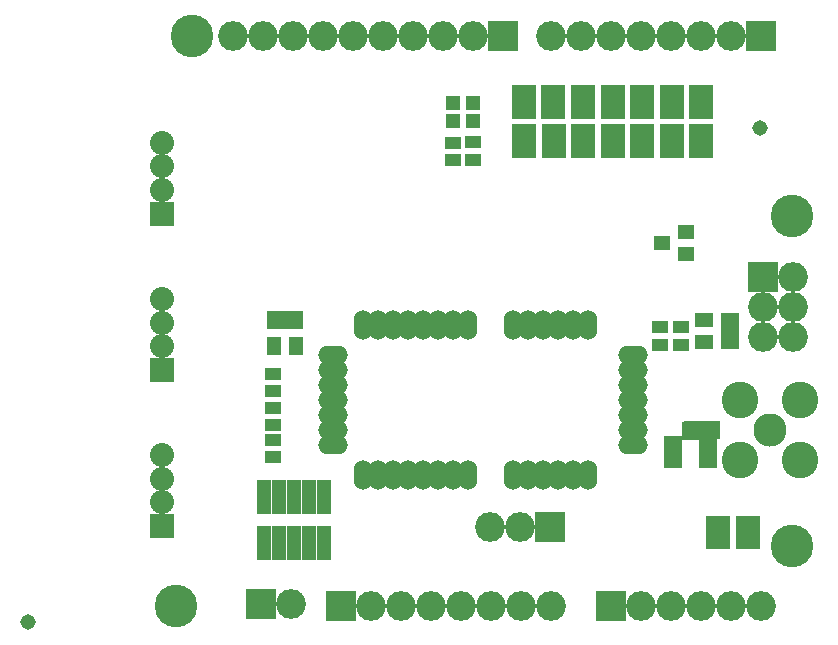
<source format=gts>
G04 #@! TF.FileFunction,Soldermask,Top*
%FSLAX46Y46*%
G04 Gerber Fmt 4.6, Leading zero omitted, Abs format (unit mm)*
G04 Created by KiCad (PCBNEW 4.0.7-e2-6376~58~ubuntu16.04.1) date Fri Jul  6 10:04:11 2018*
%MOMM*%
%LPD*%
G01*
G04 APERTURE LIST*
%ADD10C,0.150000*%
%ADD11R,1.248000X2.908000*%
%ADD12O,1.524000X2.540000*%
%ADD13O,2.540000X1.524000*%
%ADD14R,1.305560X1.305560*%
%ADD15C,1.308000*%
%ADD16R,1.158000X1.568000*%
%ADD17R,1.568000X1.158000*%
%ADD18R,2.508000X2.508000*%
%ADD19O,2.508000X2.508000*%
%ADD20C,3.108000*%
%ADD21C,2.808000*%
%ADD22R,1.408000X1.308000*%
%ADD23R,2.032000X2.032000*%
%ADD24C,2.032000*%
%ADD25R,1.408000X1.008000*%
%ADD26R,2.008000X1.508000*%
%ADD27R,1.108000X1.008000*%
%ADD28C,3.608000*%
%ADD29R,1.508000X1.508000*%
%ADD30R,1.508000X2.708000*%
%ADD31R,1.608000X1.608000*%
G04 APERTURE END LIST*
D10*
D11*
X123020000Y-107630000D03*
X123020000Y-111530000D03*
X121750000Y-107630000D03*
X121750000Y-111530000D03*
X120480000Y-107630000D03*
X120480000Y-111530000D03*
X119210000Y-107630000D03*
X119210000Y-111530000D03*
X117940000Y-107630000D03*
X117940000Y-111530000D03*
D12*
X126300000Y-105760000D03*
X127570000Y-105760000D03*
X130110000Y-105760000D03*
X128840000Y-105760000D03*
X133920000Y-105760000D03*
X135190000Y-105760000D03*
X132650000Y-105760000D03*
X131380000Y-105760000D03*
X141540000Y-105760000D03*
X142810000Y-105760000D03*
X145350000Y-105760000D03*
X144080000Y-105760000D03*
X139000000Y-105760000D03*
X140270000Y-105760000D03*
X140270000Y-93060000D03*
X139000000Y-93060000D03*
X144080000Y-93060000D03*
X145350000Y-93060000D03*
X142810000Y-93060000D03*
X141540000Y-93060000D03*
X131380000Y-93060000D03*
X132650000Y-93060000D03*
X135190000Y-93060000D03*
X133920000Y-93060000D03*
X128840000Y-93060000D03*
X130110000Y-93060000D03*
X127570000Y-93060000D03*
X126300000Y-93060000D03*
D13*
X149160000Y-99410000D03*
X149160000Y-98140000D03*
X149160000Y-96870000D03*
X149160000Y-95600000D03*
X149160000Y-100680000D03*
X149160000Y-101950000D03*
X149160000Y-103220000D03*
X123760000Y-103220000D03*
X123760000Y-101950000D03*
X123760000Y-100680000D03*
X123760000Y-95600000D03*
X123760000Y-96870000D03*
X123760000Y-98140000D03*
X123760000Y-99410000D03*
D14*
X133930000Y-74260700D03*
X133930000Y-75759300D03*
X135620000Y-74250700D03*
X135620000Y-75749300D03*
D15*
X97920000Y-118190000D03*
X159960000Y-76390000D03*
D16*
X120660000Y-92660000D03*
X119710000Y-92660000D03*
X118760000Y-92660000D03*
X118760000Y-94860000D03*
X120660000Y-94860000D03*
D17*
X157390000Y-94520000D03*
X157390000Y-93570000D03*
X157390000Y-92620000D03*
X155190000Y-92620000D03*
X155190000Y-94520000D03*
D18*
X138180000Y-68580000D03*
D19*
X135640000Y-68580000D03*
X133100000Y-68580000D03*
X130560000Y-68580000D03*
X128020000Y-68580000D03*
X125480000Y-68580000D03*
X122940000Y-68580000D03*
X120400000Y-68580000D03*
X117860000Y-68580000D03*
X115320000Y-68580000D03*
D18*
X160020000Y-68580000D03*
D19*
X157480000Y-68580000D03*
X154940000Y-68580000D03*
X152400000Y-68580000D03*
X149860000Y-68580000D03*
X147320000Y-68580000D03*
X144780000Y-68580000D03*
X142240000Y-68580000D03*
D18*
X124460000Y-116840000D03*
D19*
X127000000Y-116840000D03*
X129540000Y-116840000D03*
X132080000Y-116840000D03*
X134620000Y-116840000D03*
X137160000Y-116840000D03*
X139700000Y-116840000D03*
X142240000Y-116840000D03*
D18*
X147320000Y-116840000D03*
D19*
X149860000Y-116840000D03*
X152400000Y-116840000D03*
X154940000Y-116840000D03*
X157480000Y-116840000D03*
X160020000Y-116840000D03*
D18*
X117690000Y-116660000D03*
D19*
X120230000Y-116660000D03*
D18*
X160190000Y-88960000D03*
D19*
X162730000Y-88960000D03*
X160190000Y-91500000D03*
X162730000Y-91500000D03*
X160190000Y-94040000D03*
X162730000Y-94040000D03*
D20*
X158230000Y-104490000D03*
X158230000Y-99410000D03*
X163310000Y-99410000D03*
X163310000Y-104490000D03*
D21*
X160770000Y-101950000D03*
D18*
X142140000Y-110150000D03*
D19*
X139600000Y-110150000D03*
X137060000Y-110150000D03*
D22*
X151660000Y-86110000D03*
X153660000Y-87060000D03*
X153660000Y-85160000D03*
D23*
X109290000Y-83630000D03*
D24*
X109290000Y-81630000D03*
X109290000Y-79630000D03*
X109290000Y-77630000D03*
D23*
X109290000Y-96860000D03*
D24*
X109290000Y-94860000D03*
X109290000Y-92860000D03*
X109290000Y-90860000D03*
D23*
X109290000Y-110080000D03*
D24*
X109290000Y-108080000D03*
X109290000Y-106080000D03*
X109290000Y-104080000D03*
D25*
X118720000Y-100040000D03*
X118720000Y-101540000D03*
X151450000Y-93210000D03*
X151450000Y-94710000D03*
X118720000Y-98670000D03*
X118720000Y-97170000D03*
X133930000Y-77610000D03*
X133930000Y-79110000D03*
X135620000Y-77600000D03*
X135620000Y-79100000D03*
X153260000Y-93210000D03*
X153260000Y-94710000D03*
X118720000Y-104270000D03*
X118720000Y-102770000D03*
D26*
X152435000Y-73535000D03*
X152435000Y-74835000D03*
X149935000Y-73535000D03*
X149935000Y-74835000D03*
X147435000Y-73535000D03*
X147435000Y-74835000D03*
X144935000Y-73535000D03*
X144935000Y-74835000D03*
X142435000Y-73535000D03*
X142435000Y-74835000D03*
X139935000Y-73535000D03*
X139935000Y-74835000D03*
X154945000Y-76830000D03*
X154945000Y-78130000D03*
X149940000Y-76830000D03*
X149940000Y-78130000D03*
X147440000Y-76830000D03*
X147440000Y-78130000D03*
X144940000Y-76830000D03*
X144940000Y-78130000D03*
X142440000Y-76830000D03*
X142440000Y-78130000D03*
X139930000Y-76830000D03*
X139930000Y-78130000D03*
X156380000Y-109970000D03*
X156380000Y-111270000D03*
X158880000Y-109970000D03*
X158880000Y-111270000D03*
D27*
X154945000Y-74185000D03*
D26*
X154945000Y-73535000D03*
X154945000Y-74835000D03*
D27*
X152440000Y-77480000D03*
D26*
X152440000Y-76830000D03*
X152440000Y-78130000D03*
D28*
X111790000Y-68590000D03*
X110490000Y-116850000D03*
X162590000Y-111770000D03*
X162590000Y-83830000D03*
D29*
X154040000Y-102000000D03*
D30*
X152540000Y-103770000D03*
X155540000Y-103770000D03*
D31*
X155790000Y-101950000D03*
X154290000Y-101950000D03*
M02*

</source>
